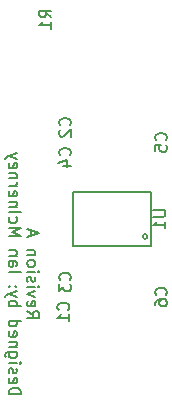
<source format=gbr>
G04 #@! TF.FileFunction,Legend,Bot*
%FSLAX46Y46*%
G04 Gerber Fmt 4.6, Leading zero omitted, Abs format (unit mm)*
G04 Created by KiCad (PCBNEW no-vcs-found-product) date Fri 17 Jul 2015 01:59:30 PM CDT*
%MOMM*%
G01*
G04 APERTURE LIST*
%ADD10C,0.100000*%
%ADD11C,0.150000*%
G04 APERTURE END LIST*
D10*
D11*
X119194619Y-99742238D02*
X119670810Y-100075572D01*
X119194619Y-100313667D02*
X120194619Y-100313667D01*
X120194619Y-99932714D01*
X120147000Y-99837476D01*
X120099381Y-99789857D01*
X120004143Y-99742238D01*
X119861286Y-99742238D01*
X119766048Y-99789857D01*
X119718429Y-99837476D01*
X119670810Y-99932714D01*
X119670810Y-100313667D01*
X119242238Y-98932714D02*
X119194619Y-99027952D01*
X119194619Y-99218429D01*
X119242238Y-99313667D01*
X119337476Y-99361286D01*
X119718429Y-99361286D01*
X119813667Y-99313667D01*
X119861286Y-99218429D01*
X119861286Y-99027952D01*
X119813667Y-98932714D01*
X119718429Y-98885095D01*
X119623190Y-98885095D01*
X119527952Y-99361286D01*
X119861286Y-98551762D02*
X119194619Y-98313667D01*
X119861286Y-98075571D01*
X119194619Y-97694619D02*
X119861286Y-97694619D01*
X120194619Y-97694619D02*
X120147000Y-97742238D01*
X120099381Y-97694619D01*
X120147000Y-97647000D01*
X120194619Y-97694619D01*
X120099381Y-97694619D01*
X119242238Y-97266048D02*
X119194619Y-97170810D01*
X119194619Y-96980334D01*
X119242238Y-96885095D01*
X119337476Y-96837476D01*
X119385095Y-96837476D01*
X119480333Y-96885095D01*
X119527952Y-96980334D01*
X119527952Y-97123191D01*
X119575571Y-97218429D01*
X119670810Y-97266048D01*
X119718429Y-97266048D01*
X119813667Y-97218429D01*
X119861286Y-97123191D01*
X119861286Y-96980334D01*
X119813667Y-96885095D01*
X119194619Y-96408905D02*
X119861286Y-96408905D01*
X120194619Y-96408905D02*
X120147000Y-96456524D01*
X120099381Y-96408905D01*
X120147000Y-96361286D01*
X120194619Y-96408905D01*
X120099381Y-96408905D01*
X119194619Y-95789858D02*
X119242238Y-95885096D01*
X119289857Y-95932715D01*
X119385095Y-95980334D01*
X119670810Y-95980334D01*
X119766048Y-95932715D01*
X119813667Y-95885096D01*
X119861286Y-95789858D01*
X119861286Y-95647000D01*
X119813667Y-95551762D01*
X119766048Y-95504143D01*
X119670810Y-95456524D01*
X119385095Y-95456524D01*
X119289857Y-95504143D01*
X119242238Y-95551762D01*
X119194619Y-95647000D01*
X119194619Y-95789858D01*
X119861286Y-95027953D02*
X119194619Y-95027953D01*
X119766048Y-95027953D02*
X119813667Y-94980334D01*
X119861286Y-94885096D01*
X119861286Y-94742238D01*
X119813667Y-94647000D01*
X119718429Y-94599381D01*
X119194619Y-94599381D01*
X119480333Y-93408905D02*
X119480333Y-92932714D01*
X119194619Y-93504143D02*
X120194619Y-93170810D01*
X119194619Y-92837476D01*
X117644619Y-106813667D02*
X118644619Y-106813667D01*
X118644619Y-106575572D01*
X118597000Y-106432714D01*
X118501762Y-106337476D01*
X118406524Y-106289857D01*
X118216048Y-106242238D01*
X118073190Y-106242238D01*
X117882714Y-106289857D01*
X117787476Y-106337476D01*
X117692238Y-106432714D01*
X117644619Y-106575572D01*
X117644619Y-106813667D01*
X117692238Y-105432714D02*
X117644619Y-105527952D01*
X117644619Y-105718429D01*
X117692238Y-105813667D01*
X117787476Y-105861286D01*
X118168429Y-105861286D01*
X118263667Y-105813667D01*
X118311286Y-105718429D01*
X118311286Y-105527952D01*
X118263667Y-105432714D01*
X118168429Y-105385095D01*
X118073190Y-105385095D01*
X117977952Y-105861286D01*
X117692238Y-105004143D02*
X117644619Y-104908905D01*
X117644619Y-104718429D01*
X117692238Y-104623190D01*
X117787476Y-104575571D01*
X117835095Y-104575571D01*
X117930333Y-104623190D01*
X117977952Y-104718429D01*
X117977952Y-104861286D01*
X118025571Y-104956524D01*
X118120810Y-105004143D01*
X118168429Y-105004143D01*
X118263667Y-104956524D01*
X118311286Y-104861286D01*
X118311286Y-104718429D01*
X118263667Y-104623190D01*
X117644619Y-104147000D02*
X118311286Y-104147000D01*
X118644619Y-104147000D02*
X118597000Y-104194619D01*
X118549381Y-104147000D01*
X118597000Y-104099381D01*
X118644619Y-104147000D01*
X118549381Y-104147000D01*
X118311286Y-103242238D02*
X117501762Y-103242238D01*
X117406524Y-103289857D01*
X117358905Y-103337476D01*
X117311286Y-103432715D01*
X117311286Y-103575572D01*
X117358905Y-103670810D01*
X117692238Y-103242238D02*
X117644619Y-103337476D01*
X117644619Y-103527953D01*
X117692238Y-103623191D01*
X117739857Y-103670810D01*
X117835095Y-103718429D01*
X118120810Y-103718429D01*
X118216048Y-103670810D01*
X118263667Y-103623191D01*
X118311286Y-103527953D01*
X118311286Y-103337476D01*
X118263667Y-103242238D01*
X118311286Y-102766048D02*
X117644619Y-102766048D01*
X118216048Y-102766048D02*
X118263667Y-102718429D01*
X118311286Y-102623191D01*
X118311286Y-102480333D01*
X118263667Y-102385095D01*
X118168429Y-102337476D01*
X117644619Y-102337476D01*
X117692238Y-101480333D02*
X117644619Y-101575571D01*
X117644619Y-101766048D01*
X117692238Y-101861286D01*
X117787476Y-101908905D01*
X118168429Y-101908905D01*
X118263667Y-101861286D01*
X118311286Y-101766048D01*
X118311286Y-101575571D01*
X118263667Y-101480333D01*
X118168429Y-101432714D01*
X118073190Y-101432714D01*
X117977952Y-101908905D01*
X117644619Y-100575571D02*
X118644619Y-100575571D01*
X117692238Y-100575571D02*
X117644619Y-100670809D01*
X117644619Y-100861286D01*
X117692238Y-100956524D01*
X117739857Y-101004143D01*
X117835095Y-101051762D01*
X118120810Y-101051762D01*
X118216048Y-101004143D01*
X118263667Y-100956524D01*
X118311286Y-100861286D01*
X118311286Y-100670809D01*
X118263667Y-100575571D01*
X117644619Y-99337476D02*
X118644619Y-99337476D01*
X118263667Y-99337476D02*
X118311286Y-99242238D01*
X118311286Y-99051761D01*
X118263667Y-98956523D01*
X118216048Y-98908904D01*
X118120810Y-98861285D01*
X117835095Y-98861285D01*
X117739857Y-98908904D01*
X117692238Y-98956523D01*
X117644619Y-99051761D01*
X117644619Y-99242238D01*
X117692238Y-99337476D01*
X118311286Y-98527952D02*
X117644619Y-98289857D01*
X118311286Y-98051761D02*
X117644619Y-98289857D01*
X117406524Y-98385095D01*
X117358905Y-98432714D01*
X117311286Y-98527952D01*
X117739857Y-97670809D02*
X117692238Y-97623190D01*
X117644619Y-97670809D01*
X117692238Y-97718428D01*
X117739857Y-97670809D01*
X117644619Y-97670809D01*
X118263667Y-97670809D02*
X118216048Y-97623190D01*
X118168429Y-97670809D01*
X118216048Y-97718428D01*
X118263667Y-97670809D01*
X118168429Y-97670809D01*
X117644619Y-96432714D02*
X118644619Y-96432714D01*
X117644619Y-95527952D02*
X118168429Y-95527952D01*
X118263667Y-95575571D01*
X118311286Y-95670809D01*
X118311286Y-95861286D01*
X118263667Y-95956524D01*
X117692238Y-95527952D02*
X117644619Y-95623190D01*
X117644619Y-95861286D01*
X117692238Y-95956524D01*
X117787476Y-96004143D01*
X117882714Y-96004143D01*
X117977952Y-95956524D01*
X118025571Y-95861286D01*
X118025571Y-95623190D01*
X118073190Y-95527952D01*
X118311286Y-95051762D02*
X117644619Y-95051762D01*
X118216048Y-95051762D02*
X118263667Y-95004143D01*
X118311286Y-94908905D01*
X118311286Y-94766047D01*
X118263667Y-94670809D01*
X118168429Y-94623190D01*
X117644619Y-94623190D01*
X117644619Y-93385095D02*
X118644619Y-93385095D01*
X117930333Y-93051761D01*
X118644619Y-92718428D01*
X117644619Y-92718428D01*
X117692238Y-91813666D02*
X117644619Y-91908904D01*
X117644619Y-92099381D01*
X117692238Y-92194619D01*
X117739857Y-92242238D01*
X117835095Y-92289857D01*
X118120810Y-92289857D01*
X118216048Y-92242238D01*
X118263667Y-92194619D01*
X118311286Y-92099381D01*
X118311286Y-91908904D01*
X118263667Y-91813666D01*
X117644619Y-91385095D02*
X118644619Y-91385095D01*
X118311286Y-90908905D02*
X117644619Y-90908905D01*
X118216048Y-90908905D02*
X118263667Y-90861286D01*
X118311286Y-90766048D01*
X118311286Y-90623190D01*
X118263667Y-90527952D01*
X118168429Y-90480333D01*
X117644619Y-90480333D01*
X117692238Y-89623190D02*
X117644619Y-89718428D01*
X117644619Y-89908905D01*
X117692238Y-90004143D01*
X117787476Y-90051762D01*
X118168429Y-90051762D01*
X118263667Y-90004143D01*
X118311286Y-89908905D01*
X118311286Y-89718428D01*
X118263667Y-89623190D01*
X118168429Y-89575571D01*
X118073190Y-89575571D01*
X117977952Y-90051762D01*
X117644619Y-89147000D02*
X118311286Y-89147000D01*
X118120810Y-89147000D02*
X118216048Y-89099381D01*
X118263667Y-89051762D01*
X118311286Y-88956524D01*
X118311286Y-88861285D01*
X118311286Y-88527952D02*
X117644619Y-88527952D01*
X118216048Y-88527952D02*
X118263667Y-88480333D01*
X118311286Y-88385095D01*
X118311286Y-88242237D01*
X118263667Y-88146999D01*
X118168429Y-88099380D01*
X117644619Y-88099380D01*
X117692238Y-87242237D02*
X117644619Y-87337475D01*
X117644619Y-87527952D01*
X117692238Y-87623190D01*
X117787476Y-87670809D01*
X118168429Y-87670809D01*
X118263667Y-87623190D01*
X118311286Y-87527952D01*
X118311286Y-87337475D01*
X118263667Y-87242237D01*
X118168429Y-87194618D01*
X118073190Y-87194618D01*
X117977952Y-87670809D01*
X118311286Y-86861285D02*
X117644619Y-86623190D01*
X118311286Y-86385094D02*
X117644619Y-86623190D01*
X117406524Y-86718428D01*
X117358905Y-86766047D01*
X117311286Y-86861285D01*
X129365000Y-93448000D02*
G75*
G03X129365000Y-93448000I-200000J0D01*
G01*
X129665000Y-89648000D02*
X123065000Y-89648000D01*
X123065000Y-89648000D02*
X123065000Y-94248000D01*
X123065000Y-94248000D02*
X129665000Y-94248000D01*
X129665000Y-94248000D02*
X129665000Y-89648000D01*
X122658143Y-99655334D02*
X122705762Y-99607715D01*
X122753381Y-99464858D01*
X122753381Y-99369620D01*
X122705762Y-99226762D01*
X122610524Y-99131524D01*
X122515286Y-99083905D01*
X122324810Y-99036286D01*
X122181952Y-99036286D01*
X121991476Y-99083905D01*
X121896238Y-99131524D01*
X121801000Y-99226762D01*
X121753381Y-99369620D01*
X121753381Y-99464858D01*
X121801000Y-99607715D01*
X121848619Y-99655334D01*
X122753381Y-100607715D02*
X122753381Y-100036286D01*
X122753381Y-100322000D02*
X121753381Y-100322000D01*
X121896238Y-100226762D01*
X121991476Y-100131524D01*
X122039095Y-100036286D01*
X122785143Y-84034334D02*
X122832762Y-83986715D01*
X122880381Y-83843858D01*
X122880381Y-83748620D01*
X122832762Y-83605762D01*
X122737524Y-83510524D01*
X122642286Y-83462905D01*
X122451810Y-83415286D01*
X122308952Y-83415286D01*
X122118476Y-83462905D01*
X122023238Y-83510524D01*
X121928000Y-83605762D01*
X121880381Y-83748620D01*
X121880381Y-83843858D01*
X121928000Y-83986715D01*
X121975619Y-84034334D01*
X121975619Y-84415286D02*
X121928000Y-84462905D01*
X121880381Y-84558143D01*
X121880381Y-84796239D01*
X121928000Y-84891477D01*
X121975619Y-84939096D01*
X122070857Y-84986715D01*
X122166095Y-84986715D01*
X122308952Y-84939096D01*
X122880381Y-84367667D01*
X122880381Y-84986715D01*
X122785143Y-97115334D02*
X122832762Y-97067715D01*
X122880381Y-96924858D01*
X122880381Y-96829620D01*
X122832762Y-96686762D01*
X122737524Y-96591524D01*
X122642286Y-96543905D01*
X122451810Y-96496286D01*
X122308952Y-96496286D01*
X122118476Y-96543905D01*
X122023238Y-96591524D01*
X121928000Y-96686762D01*
X121880381Y-96829620D01*
X121880381Y-96924858D01*
X121928000Y-97067715D01*
X121975619Y-97115334D01*
X121880381Y-97448667D02*
X121880381Y-98067715D01*
X122261333Y-97734381D01*
X122261333Y-97877239D01*
X122308952Y-97972477D01*
X122356571Y-98020096D01*
X122451810Y-98067715D01*
X122689905Y-98067715D01*
X122785143Y-98020096D01*
X122832762Y-97972477D01*
X122880381Y-97877239D01*
X122880381Y-97591524D01*
X122832762Y-97496286D01*
X122785143Y-97448667D01*
X122785143Y-86574334D02*
X122832762Y-86526715D01*
X122880381Y-86383858D01*
X122880381Y-86288620D01*
X122832762Y-86145762D01*
X122737524Y-86050524D01*
X122642286Y-86002905D01*
X122451810Y-85955286D01*
X122308952Y-85955286D01*
X122118476Y-86002905D01*
X122023238Y-86050524D01*
X121928000Y-86145762D01*
X121880381Y-86288620D01*
X121880381Y-86383858D01*
X121928000Y-86526715D01*
X121975619Y-86574334D01*
X122213714Y-87431477D02*
X122880381Y-87431477D01*
X121832762Y-87193381D02*
X122547048Y-86955286D01*
X122547048Y-87574334D01*
X130913143Y-85304334D02*
X130960762Y-85256715D01*
X131008381Y-85113858D01*
X131008381Y-85018620D01*
X130960762Y-84875762D01*
X130865524Y-84780524D01*
X130770286Y-84732905D01*
X130579810Y-84685286D01*
X130436952Y-84685286D01*
X130246476Y-84732905D01*
X130151238Y-84780524D01*
X130056000Y-84875762D01*
X130008381Y-85018620D01*
X130008381Y-85113858D01*
X130056000Y-85256715D01*
X130103619Y-85304334D01*
X130008381Y-86209096D02*
X130008381Y-85732905D01*
X130484571Y-85685286D01*
X130436952Y-85732905D01*
X130389333Y-85828143D01*
X130389333Y-86066239D01*
X130436952Y-86161477D01*
X130484571Y-86209096D01*
X130579810Y-86256715D01*
X130817905Y-86256715D01*
X130913143Y-86209096D01*
X130960762Y-86161477D01*
X131008381Y-86066239D01*
X131008381Y-85828143D01*
X130960762Y-85732905D01*
X130913143Y-85685286D01*
X121229381Y-74890334D02*
X120753190Y-74557000D01*
X121229381Y-74318905D02*
X120229381Y-74318905D01*
X120229381Y-74699858D01*
X120277000Y-74795096D01*
X120324619Y-74842715D01*
X120419857Y-74890334D01*
X120562714Y-74890334D01*
X120657952Y-74842715D01*
X120705571Y-74795096D01*
X120753190Y-74699858D01*
X120753190Y-74318905D01*
X121229381Y-75842715D02*
X121229381Y-75271286D01*
X121229381Y-75557000D02*
X120229381Y-75557000D01*
X120372238Y-75461762D01*
X120467476Y-75366524D01*
X120515095Y-75271286D01*
X129881381Y-91186095D02*
X130690905Y-91186095D01*
X130786143Y-91233714D01*
X130833762Y-91281333D01*
X130881381Y-91376571D01*
X130881381Y-91567048D01*
X130833762Y-91662286D01*
X130786143Y-91709905D01*
X130690905Y-91757524D01*
X129881381Y-91757524D01*
X130881381Y-92757524D02*
X130881381Y-92186095D01*
X130881381Y-92471809D02*
X129881381Y-92471809D01*
X130024238Y-92376571D01*
X130119476Y-92281333D01*
X130167095Y-92186095D01*
X130913143Y-98385334D02*
X130960762Y-98337715D01*
X131008381Y-98194858D01*
X131008381Y-98099620D01*
X130960762Y-97956762D01*
X130865524Y-97861524D01*
X130770286Y-97813905D01*
X130579810Y-97766286D01*
X130436952Y-97766286D01*
X130246476Y-97813905D01*
X130151238Y-97861524D01*
X130056000Y-97956762D01*
X130008381Y-98099620D01*
X130008381Y-98194858D01*
X130056000Y-98337715D01*
X130103619Y-98385334D01*
X130008381Y-99242477D02*
X130008381Y-99052000D01*
X130056000Y-98956762D01*
X130103619Y-98909143D01*
X130246476Y-98813905D01*
X130436952Y-98766286D01*
X130817905Y-98766286D01*
X130913143Y-98813905D01*
X130960762Y-98861524D01*
X131008381Y-98956762D01*
X131008381Y-99147239D01*
X130960762Y-99242477D01*
X130913143Y-99290096D01*
X130817905Y-99337715D01*
X130579810Y-99337715D01*
X130484571Y-99290096D01*
X130436952Y-99242477D01*
X130389333Y-99147239D01*
X130389333Y-98956762D01*
X130436952Y-98861524D01*
X130484571Y-98813905D01*
X130579810Y-98766286D01*
M02*

</source>
